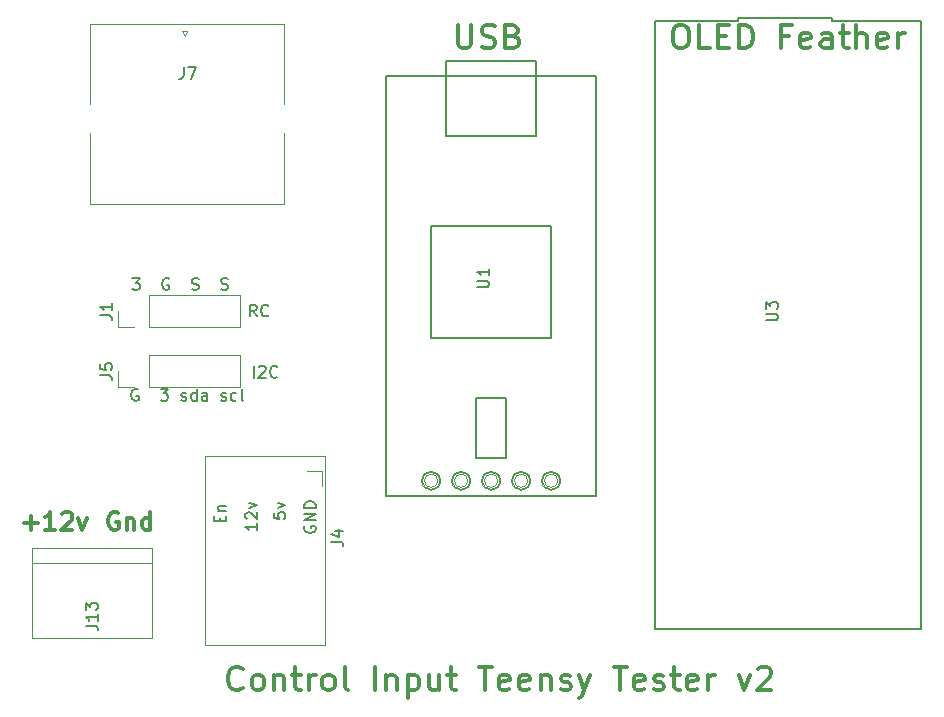
<source format=gbr>
G04 #@! TF.GenerationSoftware,KiCad,Pcbnew,(5.1.5)-3*
G04 #@! TF.CreationDate,2021-10-23T21:01:19-05:00*
G04 #@! TF.ProjectId,ControlInputTestTeensy,436f6e74-726f-46c4-996e-707574546573,rev?*
G04 #@! TF.SameCoordinates,Original*
G04 #@! TF.FileFunction,Legend,Top*
G04 #@! TF.FilePolarity,Positive*
%FSLAX46Y46*%
G04 Gerber Fmt 4.6, Leading zero omitted, Abs format (unit mm)*
G04 Created by KiCad (PCBNEW (5.1.5)-3) date 2021-10-23 21:01:19*
%MOMM*%
%LPD*%
G04 APERTURE LIST*
%ADD10C,0.300000*%
%ADD11C,0.150000*%
%ADD12C,0.120000*%
G04 APERTURE END LIST*
D10*
X167136904Y-96354761D02*
X167517857Y-96354761D01*
X167708333Y-96450000D01*
X167898809Y-96640476D01*
X167994047Y-97021428D01*
X167994047Y-97688095D01*
X167898809Y-98069047D01*
X167708333Y-98259523D01*
X167517857Y-98354761D01*
X167136904Y-98354761D01*
X166946428Y-98259523D01*
X166755952Y-98069047D01*
X166660714Y-97688095D01*
X166660714Y-97021428D01*
X166755952Y-96640476D01*
X166946428Y-96450000D01*
X167136904Y-96354761D01*
X169803571Y-98354761D02*
X168851190Y-98354761D01*
X168851190Y-96354761D01*
X170470238Y-97307142D02*
X171136904Y-97307142D01*
X171422619Y-98354761D02*
X170470238Y-98354761D01*
X170470238Y-96354761D01*
X171422619Y-96354761D01*
X172279761Y-98354761D02*
X172279761Y-96354761D01*
X172755952Y-96354761D01*
X173041666Y-96450000D01*
X173232142Y-96640476D01*
X173327380Y-96830952D01*
X173422619Y-97211904D01*
X173422619Y-97497619D01*
X173327380Y-97878571D01*
X173232142Y-98069047D01*
X173041666Y-98259523D01*
X172755952Y-98354761D01*
X172279761Y-98354761D01*
X176470238Y-97307142D02*
X175803571Y-97307142D01*
X175803571Y-98354761D02*
X175803571Y-96354761D01*
X176755952Y-96354761D01*
X178279761Y-98259523D02*
X178089285Y-98354761D01*
X177708333Y-98354761D01*
X177517857Y-98259523D01*
X177422619Y-98069047D01*
X177422619Y-97307142D01*
X177517857Y-97116666D01*
X177708333Y-97021428D01*
X178089285Y-97021428D01*
X178279761Y-97116666D01*
X178375000Y-97307142D01*
X178375000Y-97497619D01*
X177422619Y-97688095D01*
X180089285Y-98354761D02*
X180089285Y-97307142D01*
X179994047Y-97116666D01*
X179803571Y-97021428D01*
X179422619Y-97021428D01*
X179232142Y-97116666D01*
X180089285Y-98259523D02*
X179898809Y-98354761D01*
X179422619Y-98354761D01*
X179232142Y-98259523D01*
X179136904Y-98069047D01*
X179136904Y-97878571D01*
X179232142Y-97688095D01*
X179422619Y-97592857D01*
X179898809Y-97592857D01*
X180089285Y-97497619D01*
X180755952Y-97021428D02*
X181517857Y-97021428D01*
X181041666Y-96354761D02*
X181041666Y-98069047D01*
X181136904Y-98259523D01*
X181327380Y-98354761D01*
X181517857Y-98354761D01*
X182184523Y-98354761D02*
X182184523Y-96354761D01*
X183041666Y-98354761D02*
X183041666Y-97307142D01*
X182946428Y-97116666D01*
X182755952Y-97021428D01*
X182470238Y-97021428D01*
X182279761Y-97116666D01*
X182184523Y-97211904D01*
X184755952Y-98259523D02*
X184565476Y-98354761D01*
X184184523Y-98354761D01*
X183994047Y-98259523D01*
X183898809Y-98069047D01*
X183898809Y-97307142D01*
X183994047Y-97116666D01*
X184184523Y-97021428D01*
X184565476Y-97021428D01*
X184755952Y-97116666D01*
X184851190Y-97307142D01*
X184851190Y-97497619D01*
X183898809Y-97688095D01*
X185708333Y-98354761D02*
X185708333Y-97021428D01*
X185708333Y-97402380D02*
X185803571Y-97211904D01*
X185898809Y-97116666D01*
X186089285Y-97021428D01*
X186279761Y-97021428D01*
X148451190Y-96354761D02*
X148451190Y-97973809D01*
X148546428Y-98164285D01*
X148641666Y-98259523D01*
X148832142Y-98354761D01*
X149213095Y-98354761D01*
X149403571Y-98259523D01*
X149498809Y-98164285D01*
X149594047Y-97973809D01*
X149594047Y-96354761D01*
X150451190Y-98259523D02*
X150736904Y-98354761D01*
X151213095Y-98354761D01*
X151403571Y-98259523D01*
X151498809Y-98164285D01*
X151594047Y-97973809D01*
X151594047Y-97783333D01*
X151498809Y-97592857D01*
X151403571Y-97497619D01*
X151213095Y-97402380D01*
X150832142Y-97307142D01*
X150641666Y-97211904D01*
X150546428Y-97116666D01*
X150451190Y-96926190D01*
X150451190Y-96735714D01*
X150546428Y-96545238D01*
X150641666Y-96450000D01*
X150832142Y-96354761D01*
X151308333Y-96354761D01*
X151594047Y-96450000D01*
X153117857Y-97307142D02*
X153403571Y-97402380D01*
X153498809Y-97497619D01*
X153594047Y-97688095D01*
X153594047Y-97973809D01*
X153498809Y-98164285D01*
X153403571Y-98259523D01*
X153213095Y-98354761D01*
X152451190Y-98354761D01*
X152451190Y-96354761D01*
X153117857Y-96354761D01*
X153308333Y-96450000D01*
X153403571Y-96545238D01*
X153498809Y-96735714D01*
X153498809Y-96926190D01*
X153403571Y-97116666D01*
X153308333Y-97211904D01*
X153117857Y-97307142D01*
X152451190Y-97307142D01*
D11*
X120870597Y-117791360D02*
X121489644Y-117791360D01*
X121156311Y-118172313D01*
X121299168Y-118172313D01*
X121394406Y-118219932D01*
X121442025Y-118267551D01*
X121489644Y-118362789D01*
X121489644Y-118600884D01*
X121442025Y-118696122D01*
X121394406Y-118743741D01*
X121299168Y-118791360D01*
X121013454Y-118791360D01*
X120918216Y-118743741D01*
X120870597Y-118696122D01*
X123965835Y-117838980D02*
X123870597Y-117791360D01*
X123727740Y-117791360D01*
X123584882Y-117838980D01*
X123489644Y-117934218D01*
X123442025Y-118029456D01*
X123394406Y-118219932D01*
X123394406Y-118362789D01*
X123442025Y-118553265D01*
X123489644Y-118648503D01*
X123584882Y-118743741D01*
X123727740Y-118791360D01*
X123822978Y-118791360D01*
X123965835Y-118743741D01*
X124013454Y-118696122D01*
X124013454Y-118362789D01*
X123822978Y-118362789D01*
X125918216Y-118743741D02*
X126061073Y-118791360D01*
X126299168Y-118791360D01*
X126394406Y-118743741D01*
X126442025Y-118696122D01*
X126489644Y-118600884D01*
X126489644Y-118505646D01*
X126442025Y-118410408D01*
X126394406Y-118362789D01*
X126299168Y-118315170D01*
X126108692Y-118267551D01*
X126013454Y-118219932D01*
X125965835Y-118172313D01*
X125918216Y-118077075D01*
X125918216Y-117981837D01*
X125965835Y-117886599D01*
X126013454Y-117838980D01*
X126108692Y-117791360D01*
X126346787Y-117791360D01*
X126489644Y-117838980D01*
X128394406Y-118743741D02*
X128537263Y-118791360D01*
X128775359Y-118791360D01*
X128870597Y-118743741D01*
X128918216Y-118696122D01*
X128965835Y-118600884D01*
X128965835Y-118505646D01*
X128918216Y-118410408D01*
X128870597Y-118362789D01*
X128775359Y-118315170D01*
X128584882Y-118267551D01*
X128489644Y-118219932D01*
X128442025Y-118172313D01*
X128394406Y-118077075D01*
X128394406Y-117981837D01*
X128442025Y-117886599D01*
X128489644Y-117838980D01*
X128584882Y-117791360D01*
X128822978Y-117791360D01*
X128965835Y-117838980D01*
X121364644Y-127228980D02*
X121269406Y-127181360D01*
X121126549Y-127181360D01*
X120983692Y-127228980D01*
X120888454Y-127324218D01*
X120840835Y-127419456D01*
X120793216Y-127609932D01*
X120793216Y-127752789D01*
X120840835Y-127943265D01*
X120888454Y-128038503D01*
X120983692Y-128133741D01*
X121126549Y-128181360D01*
X121221787Y-128181360D01*
X121364644Y-128133741D01*
X121412263Y-128086122D01*
X121412263Y-127752789D01*
X121221787Y-127752789D01*
X123269406Y-127181360D02*
X123888454Y-127181360D01*
X123555120Y-127562313D01*
X123697978Y-127562313D01*
X123793216Y-127609932D01*
X123840835Y-127657551D01*
X123888454Y-127752789D01*
X123888454Y-127990884D01*
X123840835Y-128086122D01*
X123793216Y-128133741D01*
X123697978Y-128181360D01*
X123412263Y-128181360D01*
X123317025Y-128133741D01*
X123269406Y-128086122D01*
X125031311Y-128133741D02*
X125126549Y-128181360D01*
X125317025Y-128181360D01*
X125412263Y-128133741D01*
X125459882Y-128038503D01*
X125459882Y-127990884D01*
X125412263Y-127895646D01*
X125317025Y-127848027D01*
X125174168Y-127848027D01*
X125078930Y-127800408D01*
X125031311Y-127705170D01*
X125031311Y-127657551D01*
X125078930Y-127562313D01*
X125174168Y-127514694D01*
X125317025Y-127514694D01*
X125412263Y-127562313D01*
X126317025Y-128181360D02*
X126317025Y-127181360D01*
X126317025Y-128133741D02*
X126221787Y-128181360D01*
X126031311Y-128181360D01*
X125936073Y-128133741D01*
X125888454Y-128086122D01*
X125840835Y-127990884D01*
X125840835Y-127705170D01*
X125888454Y-127609932D01*
X125936073Y-127562313D01*
X126031311Y-127514694D01*
X126221787Y-127514694D01*
X126317025Y-127562313D01*
X127221787Y-128181360D02*
X127221787Y-127657551D01*
X127174168Y-127562313D01*
X127078930Y-127514694D01*
X126888454Y-127514694D01*
X126793216Y-127562313D01*
X127221787Y-128133741D02*
X127126549Y-128181360D01*
X126888454Y-128181360D01*
X126793216Y-128133741D01*
X126745597Y-128038503D01*
X126745597Y-127943265D01*
X126793216Y-127848027D01*
X126888454Y-127800408D01*
X127126549Y-127800408D01*
X127221787Y-127752789D01*
X128412263Y-128133741D02*
X128507501Y-128181360D01*
X128697978Y-128181360D01*
X128793216Y-128133741D01*
X128840835Y-128038503D01*
X128840835Y-127990884D01*
X128793216Y-127895646D01*
X128697978Y-127848027D01*
X128555120Y-127848027D01*
X128459882Y-127800408D01*
X128412263Y-127705170D01*
X128412263Y-127657551D01*
X128459882Y-127562313D01*
X128555120Y-127514694D01*
X128697978Y-127514694D01*
X128793216Y-127562313D01*
X129697978Y-128133741D02*
X129602740Y-128181360D01*
X129412263Y-128181360D01*
X129317025Y-128133741D01*
X129269406Y-128086122D01*
X129221787Y-127990884D01*
X129221787Y-127705170D01*
X129269406Y-127609932D01*
X129317025Y-127562313D01*
X129412263Y-127514694D01*
X129602740Y-127514694D01*
X129697978Y-127562313D01*
X130269406Y-128181360D02*
X130174168Y-128133741D01*
X130126549Y-128038503D01*
X130126549Y-127181360D01*
D10*
X111728571Y-138537142D02*
X112871428Y-138537142D01*
X112300000Y-139108571D02*
X112300000Y-137965714D01*
X114371428Y-139108571D02*
X113514285Y-139108571D01*
X113942857Y-139108571D02*
X113942857Y-137608571D01*
X113800000Y-137822857D01*
X113657142Y-137965714D01*
X113514285Y-138037142D01*
X114942857Y-137751428D02*
X115014285Y-137680000D01*
X115157142Y-137608571D01*
X115514285Y-137608571D01*
X115657142Y-137680000D01*
X115728571Y-137751428D01*
X115800000Y-137894285D01*
X115800000Y-138037142D01*
X115728571Y-138251428D01*
X114871428Y-139108571D01*
X115800000Y-139108571D01*
X116300000Y-138108571D02*
X116657142Y-139108571D01*
X117014285Y-138108571D01*
X119685714Y-137680000D02*
X119542857Y-137608571D01*
X119328571Y-137608571D01*
X119114285Y-137680000D01*
X118971428Y-137822857D01*
X118900000Y-137965714D01*
X118828571Y-138251428D01*
X118828571Y-138465714D01*
X118900000Y-138751428D01*
X118971428Y-138894285D01*
X119114285Y-139037142D01*
X119328571Y-139108571D01*
X119471428Y-139108571D01*
X119685714Y-139037142D01*
X119757142Y-138965714D01*
X119757142Y-138465714D01*
X119471428Y-138465714D01*
X120400000Y-138108571D02*
X120400000Y-139108571D01*
X120400000Y-138251428D02*
X120471428Y-138180000D01*
X120614285Y-138108571D01*
X120828571Y-138108571D01*
X120971428Y-138180000D01*
X121042857Y-138322857D01*
X121042857Y-139108571D01*
X122400000Y-139108571D02*
X122400000Y-137608571D01*
X122400000Y-139037142D02*
X122257142Y-139108571D01*
X121971428Y-139108571D01*
X121828571Y-139037142D01*
X121757142Y-138965714D01*
X121685714Y-138822857D01*
X121685714Y-138394285D01*
X121757142Y-138251428D01*
X121828571Y-138180000D01*
X121971428Y-138108571D01*
X122257142Y-138108571D01*
X122400000Y-138180000D01*
X130206295Y-152504685D02*
X130111057Y-152599923D01*
X129825342Y-152695161D01*
X129634866Y-152695161D01*
X129349152Y-152599923D01*
X129158676Y-152409447D01*
X129063438Y-152218971D01*
X128968200Y-151838019D01*
X128968200Y-151552304D01*
X129063438Y-151171352D01*
X129158676Y-150980876D01*
X129349152Y-150790400D01*
X129634866Y-150695161D01*
X129825342Y-150695161D01*
X130111057Y-150790400D01*
X130206295Y-150885638D01*
X131349152Y-152695161D02*
X131158676Y-152599923D01*
X131063438Y-152504685D01*
X130968200Y-152314209D01*
X130968200Y-151742780D01*
X131063438Y-151552304D01*
X131158676Y-151457066D01*
X131349152Y-151361828D01*
X131634866Y-151361828D01*
X131825342Y-151457066D01*
X131920580Y-151552304D01*
X132015819Y-151742780D01*
X132015819Y-152314209D01*
X131920580Y-152504685D01*
X131825342Y-152599923D01*
X131634866Y-152695161D01*
X131349152Y-152695161D01*
X132872961Y-151361828D02*
X132872961Y-152695161D01*
X132872961Y-151552304D02*
X132968200Y-151457066D01*
X133158676Y-151361828D01*
X133444390Y-151361828D01*
X133634866Y-151457066D01*
X133730104Y-151647542D01*
X133730104Y-152695161D01*
X134396771Y-151361828D02*
X135158676Y-151361828D01*
X134682485Y-150695161D02*
X134682485Y-152409447D01*
X134777723Y-152599923D01*
X134968200Y-152695161D01*
X135158676Y-152695161D01*
X135825342Y-152695161D02*
X135825342Y-151361828D01*
X135825342Y-151742780D02*
X135920580Y-151552304D01*
X136015819Y-151457066D01*
X136206295Y-151361828D01*
X136396771Y-151361828D01*
X137349152Y-152695161D02*
X137158676Y-152599923D01*
X137063438Y-152504685D01*
X136968200Y-152314209D01*
X136968200Y-151742780D01*
X137063438Y-151552304D01*
X137158676Y-151457066D01*
X137349152Y-151361828D01*
X137634866Y-151361828D01*
X137825342Y-151457066D01*
X137920580Y-151552304D01*
X138015819Y-151742780D01*
X138015819Y-152314209D01*
X137920580Y-152504685D01*
X137825342Y-152599923D01*
X137634866Y-152695161D01*
X137349152Y-152695161D01*
X139158676Y-152695161D02*
X138968200Y-152599923D01*
X138872961Y-152409447D01*
X138872961Y-150695161D01*
X141444390Y-152695161D02*
X141444390Y-150695161D01*
X142396771Y-151361828D02*
X142396771Y-152695161D01*
X142396771Y-151552304D02*
X142492009Y-151457066D01*
X142682485Y-151361828D01*
X142968200Y-151361828D01*
X143158676Y-151457066D01*
X143253914Y-151647542D01*
X143253914Y-152695161D01*
X144206295Y-151361828D02*
X144206295Y-153361828D01*
X144206295Y-151457066D02*
X144396771Y-151361828D01*
X144777723Y-151361828D01*
X144968200Y-151457066D01*
X145063438Y-151552304D01*
X145158676Y-151742780D01*
X145158676Y-152314209D01*
X145063438Y-152504685D01*
X144968200Y-152599923D01*
X144777723Y-152695161D01*
X144396771Y-152695161D01*
X144206295Y-152599923D01*
X146872961Y-151361828D02*
X146872961Y-152695161D01*
X146015819Y-151361828D02*
X146015819Y-152409447D01*
X146111057Y-152599923D01*
X146301533Y-152695161D01*
X146587247Y-152695161D01*
X146777723Y-152599923D01*
X146872961Y-152504685D01*
X147539628Y-151361828D02*
X148301533Y-151361828D01*
X147825342Y-150695161D02*
X147825342Y-152409447D01*
X147920580Y-152599923D01*
X148111057Y-152695161D01*
X148301533Y-152695161D01*
X150206295Y-150695161D02*
X151349152Y-150695161D01*
X150777723Y-152695161D02*
X150777723Y-150695161D01*
X152777723Y-152599923D02*
X152587247Y-152695161D01*
X152206295Y-152695161D01*
X152015819Y-152599923D01*
X151920580Y-152409447D01*
X151920580Y-151647542D01*
X152015819Y-151457066D01*
X152206295Y-151361828D01*
X152587247Y-151361828D01*
X152777723Y-151457066D01*
X152872961Y-151647542D01*
X152872961Y-151838019D01*
X151920580Y-152028495D01*
X154492009Y-152599923D02*
X154301533Y-152695161D01*
X153920580Y-152695161D01*
X153730104Y-152599923D01*
X153634866Y-152409447D01*
X153634866Y-151647542D01*
X153730104Y-151457066D01*
X153920580Y-151361828D01*
X154301533Y-151361828D01*
X154492009Y-151457066D01*
X154587247Y-151647542D01*
X154587247Y-151838019D01*
X153634866Y-152028495D01*
X155444390Y-151361828D02*
X155444390Y-152695161D01*
X155444390Y-151552304D02*
X155539628Y-151457066D01*
X155730104Y-151361828D01*
X156015819Y-151361828D01*
X156206295Y-151457066D01*
X156301533Y-151647542D01*
X156301533Y-152695161D01*
X157158676Y-152599923D02*
X157349152Y-152695161D01*
X157730104Y-152695161D01*
X157920580Y-152599923D01*
X158015819Y-152409447D01*
X158015819Y-152314209D01*
X157920580Y-152123733D01*
X157730104Y-152028495D01*
X157444390Y-152028495D01*
X157253914Y-151933257D01*
X157158676Y-151742780D01*
X157158676Y-151647542D01*
X157253914Y-151457066D01*
X157444390Y-151361828D01*
X157730104Y-151361828D01*
X157920580Y-151457066D01*
X158682485Y-151361828D02*
X159158676Y-152695161D01*
X159634866Y-151361828D02*
X159158676Y-152695161D01*
X158968199Y-153171352D01*
X158872961Y-153266590D01*
X158682485Y-153361828D01*
X161634866Y-150695161D02*
X162777723Y-150695161D01*
X162206295Y-152695161D02*
X162206295Y-150695161D01*
X164206295Y-152599923D02*
X164015819Y-152695161D01*
X163634866Y-152695161D01*
X163444390Y-152599923D01*
X163349152Y-152409447D01*
X163349152Y-151647542D01*
X163444390Y-151457066D01*
X163634866Y-151361828D01*
X164015819Y-151361828D01*
X164206295Y-151457066D01*
X164301533Y-151647542D01*
X164301533Y-151838019D01*
X163349152Y-152028495D01*
X165063438Y-152599923D02*
X165253914Y-152695161D01*
X165634866Y-152695161D01*
X165825342Y-152599923D01*
X165920580Y-152409447D01*
X165920580Y-152314209D01*
X165825342Y-152123733D01*
X165634866Y-152028495D01*
X165349152Y-152028495D01*
X165158676Y-151933257D01*
X165063438Y-151742780D01*
X165063438Y-151647542D01*
X165158676Y-151457066D01*
X165349152Y-151361828D01*
X165634866Y-151361828D01*
X165825342Y-151457066D01*
X166492009Y-151361828D02*
X167253914Y-151361828D01*
X166777723Y-150695161D02*
X166777723Y-152409447D01*
X166872961Y-152599923D01*
X167063438Y-152695161D01*
X167253914Y-152695161D01*
X168682485Y-152599923D02*
X168492009Y-152695161D01*
X168111057Y-152695161D01*
X167920580Y-152599923D01*
X167825342Y-152409447D01*
X167825342Y-151647542D01*
X167920580Y-151457066D01*
X168111057Y-151361828D01*
X168492009Y-151361828D01*
X168682485Y-151457066D01*
X168777723Y-151647542D01*
X168777723Y-151838019D01*
X167825342Y-152028495D01*
X169634866Y-152695161D02*
X169634866Y-151361828D01*
X169634866Y-151742780D02*
X169730104Y-151552304D01*
X169825342Y-151457066D01*
X170015819Y-151361828D01*
X170206295Y-151361828D01*
X172206295Y-151361828D02*
X172682485Y-152695161D01*
X173158676Y-151361828D01*
X173825342Y-150885638D02*
X173920580Y-150790400D01*
X174111057Y-150695161D01*
X174587247Y-150695161D01*
X174777723Y-150790400D01*
X174872961Y-150885638D01*
X174968199Y-151076114D01*
X174968199Y-151266590D01*
X174872961Y-151552304D01*
X173730104Y-152695161D01*
X174968199Y-152695161D01*
D12*
X137231000Y-132899000D02*
X127071000Y-132899000D01*
X135700000Y-134130000D02*
X136970000Y-134130000D01*
X136970000Y-134130000D02*
X136970000Y-135400000D01*
X137231000Y-132899000D02*
X137231000Y-148899000D01*
X137231000Y-148899000D02*
X127071000Y-148899000D01*
X127071000Y-132899000D02*
X127071000Y-148899000D01*
X117293060Y-103040180D02*
X117294940Y-96309180D01*
X117294940Y-111549180D02*
X117294940Y-105537000D01*
X133703060Y-103040180D02*
X133704940Y-96309180D01*
X133704940Y-96309180D02*
X117294940Y-96309180D01*
X133704940Y-111549180D02*
X133704940Y-105537000D01*
X133704940Y-111549180D02*
X117294940Y-111549180D01*
X125542040Y-96860360D02*
X125102620Y-96860360D01*
X125102620Y-96860360D02*
X125328680Y-97292160D01*
X125328680Y-97292160D02*
X125542040Y-96860360D01*
X129980240Y-127008980D02*
X129980240Y-124348980D01*
X122300240Y-127008980D02*
X129980240Y-127008980D01*
X122300240Y-124348980D02*
X129980240Y-124348980D01*
X122300240Y-127008980D02*
X122300240Y-124348980D01*
X121030240Y-127008980D02*
X119700240Y-127008980D01*
X119700240Y-127008980D02*
X119700240Y-125678980D01*
X122550000Y-140650000D02*
X112390000Y-140650000D01*
X122550000Y-148270000D02*
X122550000Y-140650000D01*
X112390000Y-148270000D02*
X122550000Y-148270000D01*
X112390000Y-140650000D02*
X112390000Y-148270000D01*
X112390000Y-141920000D02*
X122550000Y-141920000D01*
X129980240Y-121928980D02*
X129980240Y-119268980D01*
X122300240Y-121928980D02*
X129980240Y-121928980D01*
X122300240Y-119268980D02*
X129980240Y-119268980D01*
X122300240Y-121928980D02*
X122300240Y-119268980D01*
X121030240Y-121928980D02*
X119700240Y-121928980D01*
X119700240Y-121928980D02*
X119700240Y-120598980D01*
D11*
X165143920Y-147510940D02*
X165143920Y-96041200D01*
X187643920Y-147510940D02*
X187643920Y-96041200D01*
X165143920Y-147510940D02*
X187643920Y-147510940D01*
X180143920Y-95741480D02*
X172143920Y-95741480D01*
X165143920Y-96041200D02*
X172143920Y-96041200D01*
X172143920Y-96041200D02*
X172143920Y-95741480D01*
X180143920Y-96041200D02*
X180143920Y-95741480D01*
X180143920Y-96041200D02*
X187643920Y-96041200D01*
X146177000Y-122892820D02*
X156337000Y-122892820D01*
X156337000Y-113367820D02*
X146177000Y-113367820D01*
X146177000Y-113367820D02*
X146177000Y-122892820D01*
X156337000Y-113367820D02*
X156337000Y-122892820D01*
X160147000Y-136227820D02*
X160147000Y-100667820D01*
X142367000Y-100667820D02*
X142367000Y-136227820D01*
X147447000Y-100667820D02*
X147447000Y-99397820D01*
X147447000Y-99397820D02*
X155067000Y-99397820D01*
X155067000Y-99397820D02*
X155067000Y-100667820D01*
X147447000Y-105747820D02*
X155067000Y-105747820D01*
X155067000Y-105747820D02*
X155067000Y-100667820D01*
X147447000Y-105747820D02*
X147447000Y-100667820D01*
X152527000Y-127972820D02*
X152527000Y-133052820D01*
X152527000Y-133052820D02*
X149987000Y-133052820D01*
X149987000Y-133052820D02*
X149987000Y-127972820D01*
X149987000Y-127972820D02*
X152527000Y-127972820D01*
X160147000Y-136227820D02*
X142367000Y-136227820D01*
X142367000Y-100667820D02*
X160147000Y-100667820D01*
D12*
X156904961Y-134957820D02*
G75*
G03X156904961Y-134957820I-567961J0D01*
G01*
X157140219Y-134957820D02*
G75*
G03X157140219Y-134957820I-803219J0D01*
G01*
X157055420Y-134957820D02*
G75*
G03X157055420Y-134957820I-718420J0D01*
G01*
X154364961Y-134957820D02*
G75*
G03X154364961Y-134957820I-567961J0D01*
G01*
X154600219Y-134957820D02*
G75*
G03X154600219Y-134957820I-803219J0D01*
G01*
X154515420Y-134957820D02*
G75*
G03X154515420Y-134957820I-718420J0D01*
G01*
X151824961Y-134957820D02*
G75*
G03X151824961Y-134957820I-567961J0D01*
G01*
X152060219Y-134957820D02*
G75*
G03X152060219Y-134957820I-803219J0D01*
G01*
X151975420Y-134957820D02*
G75*
G03X151975420Y-134957820I-718420J0D01*
G01*
X149284961Y-134957820D02*
G75*
G03X149284961Y-134957820I-567961J0D01*
G01*
X149520219Y-134957820D02*
G75*
G03X149520219Y-134957820I-803219J0D01*
G01*
X149435420Y-134957820D02*
G75*
G03X149435420Y-134957820I-718420J0D01*
G01*
X146744961Y-134957820D02*
G75*
G03X146744961Y-134957820I-567961J0D01*
G01*
X146980219Y-134957820D02*
G75*
G03X146980219Y-134957820I-803219J0D01*
G01*
X146895420Y-134957820D02*
G75*
G03X146895420Y-134957820I-718420J0D01*
G01*
D11*
X137722380Y-140118333D02*
X138436666Y-140118333D01*
X138579523Y-140165952D01*
X138674761Y-140261190D01*
X138722380Y-140404047D01*
X138722380Y-140499285D01*
X138055714Y-139213571D02*
X138722380Y-139213571D01*
X137674761Y-139451666D02*
X138389047Y-139689761D01*
X138389047Y-139070714D01*
X128270471Y-138403466D02*
X128270471Y-138070133D01*
X128794280Y-137927276D02*
X128794280Y-138403466D01*
X127794280Y-138403466D01*
X127794280Y-137927276D01*
X128127614Y-137498704D02*
X128794280Y-137498704D01*
X128222852Y-137498704D02*
X128175233Y-137451085D01*
X128127614Y-137355847D01*
X128127614Y-137212990D01*
X128175233Y-137117752D01*
X128270471Y-137070133D01*
X128794280Y-137070133D01*
X131458740Y-138564768D02*
X131458740Y-139136197D01*
X131458740Y-138850482D02*
X130458740Y-138850482D01*
X130601598Y-138945720D01*
X130696836Y-139040959D01*
X130744455Y-139136197D01*
X130553979Y-138183816D02*
X130506360Y-138136197D01*
X130458740Y-138040959D01*
X130458740Y-137802863D01*
X130506360Y-137707625D01*
X130553979Y-137660006D01*
X130649217Y-137612387D01*
X130744455Y-137612387D01*
X130887312Y-137660006D01*
X131458740Y-138231435D01*
X131458740Y-137612387D01*
X130792074Y-137279054D02*
X131458740Y-137040959D01*
X130792074Y-136802863D01*
X132846340Y-137663757D02*
X132846340Y-138139947D01*
X133322531Y-138187566D01*
X133274912Y-138139947D01*
X133227293Y-138044709D01*
X133227293Y-137806614D01*
X133274912Y-137711376D01*
X133322531Y-137663757D01*
X133417769Y-137616138D01*
X133655864Y-137616138D01*
X133751102Y-137663757D01*
X133798721Y-137711376D01*
X133846340Y-137806614D01*
X133846340Y-138044709D01*
X133798721Y-138139947D01*
X133751102Y-138187566D01*
X133179674Y-137282804D02*
X133846340Y-137044709D01*
X133179674Y-136806614D01*
X135477140Y-138795884D02*
X135429520Y-138891122D01*
X135429520Y-139033980D01*
X135477140Y-139176837D01*
X135572378Y-139272075D01*
X135667616Y-139319694D01*
X135858092Y-139367313D01*
X136000949Y-139367313D01*
X136191425Y-139319694D01*
X136286663Y-139272075D01*
X136381901Y-139176837D01*
X136429520Y-139033980D01*
X136429520Y-138938741D01*
X136381901Y-138795884D01*
X136334282Y-138748265D01*
X136000949Y-138748265D01*
X136000949Y-138938741D01*
X136429520Y-138319694D02*
X135429520Y-138319694D01*
X136429520Y-137748265D01*
X135429520Y-137748265D01*
X136429520Y-137272075D02*
X135429520Y-137272075D01*
X135429520Y-137033980D01*
X135477140Y-136891122D01*
X135572378Y-136795884D01*
X135667616Y-136748265D01*
X135858092Y-136700646D01*
X136000949Y-136700646D01*
X136191425Y-136748265D01*
X136286663Y-136795884D01*
X136381901Y-136891122D01*
X136429520Y-137033980D01*
X136429520Y-137272075D01*
X125244266Y-99914460D02*
X125244266Y-100628746D01*
X125196647Y-100771603D01*
X125101409Y-100866841D01*
X124958552Y-100914460D01*
X124863314Y-100914460D01*
X125625219Y-99914460D02*
X126291885Y-99914460D01*
X125863314Y-100914460D01*
X118152620Y-126012313D02*
X118866906Y-126012313D01*
X119009763Y-126059932D01*
X119105001Y-126155170D01*
X119152620Y-126298027D01*
X119152620Y-126393265D01*
X118152620Y-125059932D02*
X118152620Y-125536122D01*
X118628811Y-125583741D01*
X118581192Y-125536122D01*
X118533573Y-125440884D01*
X118533573Y-125202789D01*
X118581192Y-125107551D01*
X118628811Y-125059932D01*
X118724049Y-125012313D01*
X118962144Y-125012313D01*
X119057382Y-125059932D01*
X119105001Y-125107551D01*
X119152620Y-125202789D01*
X119152620Y-125440884D01*
X119105001Y-125536122D01*
X119057382Y-125583741D01*
X131154049Y-126231360D02*
X131154049Y-125231360D01*
X131582620Y-125326599D02*
X131630240Y-125278980D01*
X131725478Y-125231360D01*
X131963573Y-125231360D01*
X132058811Y-125278980D01*
X132106430Y-125326599D01*
X132154049Y-125421837D01*
X132154049Y-125517075D01*
X132106430Y-125659932D01*
X131535001Y-126231360D01*
X132154049Y-126231360D01*
X133154049Y-126136122D02*
X133106430Y-126183741D01*
X132963573Y-126231360D01*
X132868335Y-126231360D01*
X132725478Y-126183741D01*
X132630240Y-126088503D01*
X132582620Y-125993265D01*
X132535001Y-125802789D01*
X132535001Y-125659932D01*
X132582620Y-125469456D01*
X132630240Y-125374218D01*
X132725478Y-125278980D01*
X132868335Y-125231360D01*
X132963573Y-125231360D01*
X133106430Y-125278980D01*
X133154049Y-125326599D01*
X116935080Y-147225323D02*
X117649366Y-147225323D01*
X117792223Y-147272942D01*
X117887461Y-147368180D01*
X117935080Y-147511038D01*
X117935080Y-147606276D01*
X117935080Y-146225323D02*
X117935080Y-146796752D01*
X117935080Y-146511038D02*
X116935080Y-146511038D01*
X117077938Y-146606276D01*
X117173176Y-146701514D01*
X117220795Y-146796752D01*
X116935080Y-145891990D02*
X116935080Y-145272942D01*
X117316033Y-145606276D01*
X117316033Y-145463419D01*
X117363652Y-145368180D01*
X117411271Y-145320561D01*
X117506509Y-145272942D01*
X117744604Y-145272942D01*
X117839842Y-145320561D01*
X117887461Y-145368180D01*
X117935080Y-145463419D01*
X117935080Y-145749133D01*
X117887461Y-145844371D01*
X117839842Y-145891990D01*
X118152620Y-120932313D02*
X118866906Y-120932313D01*
X119009763Y-120979932D01*
X119105001Y-121075170D01*
X119152620Y-121218027D01*
X119152620Y-121313265D01*
X119152620Y-119932313D02*
X119152620Y-120503741D01*
X119152620Y-120218027D02*
X118152620Y-120218027D01*
X118295478Y-120313265D01*
X118390716Y-120408503D01*
X118438335Y-120503741D01*
X131396763Y-121036360D02*
X131063430Y-120560170D01*
X130825335Y-121036360D02*
X130825335Y-120036360D01*
X131206287Y-120036360D01*
X131301525Y-120083980D01*
X131349144Y-120131599D01*
X131396763Y-120226837D01*
X131396763Y-120369694D01*
X131349144Y-120464932D01*
X131301525Y-120512551D01*
X131206287Y-120560170D01*
X130825335Y-120560170D01*
X132396763Y-120941122D02*
X132349144Y-120988741D01*
X132206287Y-121036360D01*
X132111049Y-121036360D01*
X131968192Y-120988741D01*
X131872954Y-120893503D01*
X131825335Y-120798265D01*
X131777716Y-120607789D01*
X131777716Y-120464932D01*
X131825335Y-120274456D01*
X131872954Y-120179218D01*
X131968192Y-120083980D01*
X132111049Y-120036360D01*
X132206287Y-120036360D01*
X132349144Y-120083980D01*
X132396763Y-120131599D01*
X174526960Y-121378884D02*
X175336484Y-121378884D01*
X175431722Y-121331265D01*
X175479341Y-121283646D01*
X175526960Y-121188408D01*
X175526960Y-120997932D01*
X175479341Y-120902694D01*
X175431722Y-120855075D01*
X175336484Y-120807456D01*
X174526960Y-120807456D01*
X174526960Y-120426503D02*
X174526960Y-119807456D01*
X174907913Y-120140789D01*
X174907913Y-119997932D01*
X174955532Y-119902694D01*
X175003151Y-119855075D01*
X175098389Y-119807456D01*
X175336484Y-119807456D01*
X175431722Y-119855075D01*
X175479341Y-119902694D01*
X175526960Y-119997932D01*
X175526960Y-120283646D01*
X175479341Y-120378884D01*
X175431722Y-120426503D01*
X150074380Y-118574724D02*
X150883904Y-118574724D01*
X150979142Y-118527105D01*
X151026761Y-118479486D01*
X151074380Y-118384248D01*
X151074380Y-118193772D01*
X151026761Y-118098534D01*
X150979142Y-118050915D01*
X150883904Y-118003296D01*
X150074380Y-118003296D01*
X151074380Y-117003296D02*
X151074380Y-117574724D01*
X151074380Y-117289010D02*
X150074380Y-117289010D01*
X150217238Y-117384248D01*
X150312476Y-117479486D01*
X150360095Y-117574724D01*
M02*

</source>
